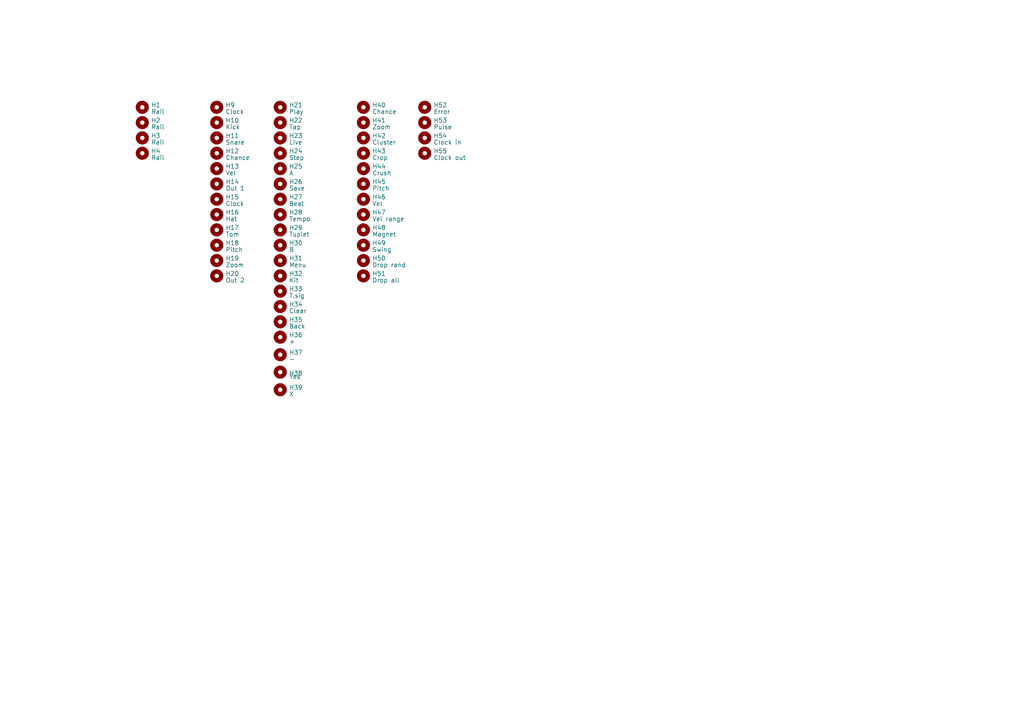
<source format=kicad_sch>
(kicad_sch (version 20250114) (generator "eeschema") (generator_version "9.0")
  (paper "A4")
  (lib_symbols
    (symbol "Mechanical:MountingHole" (pin_names (offset 1.016))
      (property "Reference" "H" (at 0 5.08 0))
      (property "Value" "MountingHole" (at 0 3.175 0))
      (symbol "MountingHole_0_1"
        (circle (center 0 0) (radius 1.27) (stroke (width 1.27)))
      )
    )
  )
  (symbol (lib_id "Mechanical:MountingHole") (at 105.41 35.56 0) (unit 1)
    (property "Reference" "H41" (at 107.95 34.9163 0) (effects (justify left)))
    (property "Value" "Zoom" (at 107.95 36.8373 0) (effects (justify left)))
    (property "Footprint" "Panel:Pot_Hole" (effects (hide yes)))
  )
  (symbol (lib_id "Mechanical:MountingHole") (at 81.28 88.9 0) (unit 1)
    (property "Reference" "H34" (at 83.82 88.2563 0) (effects (justify left)))
    (property "Value" "Clear" (at 83.82 90.1773 0) (effects (justify left)))
    (property "Footprint" "Panel:Button_Hole" (effects (hide yes)))
  )
  (symbol (lib_id "Mechanical:MountingHole") (at 81.28 40.005 0) (unit 1)
    (property "Reference" "H23" (at 83.82 39.3613 0) (effects (justify left)))
    (property "Value" "Live" (at 83.82 41.2823 0) (effects (justify left)))
    (property "Footprint" "Panel:Button_Hole" (effects (hide yes)))
  )
  (symbol (lib_id "Mechanical:MountingHole") (at 81.28 93.345 0) (unit 1)
    (property "Reference" "H35" (at 83.82 92.7013 0) (effects (justify left)))
    (property "Value" "Back" (at 83.82 94.6223 0) (effects (justify left)))
    (property "Footprint" "Panel:Button_Hole" (effects (hide yes)))
  )
  (symbol (lib_id "Mechanical:MountingHole") (at 105.41 80.01 0) (unit 1)
    (property "Reference" "H51" (at 107.95 79.3663 0) (effects (justify left)))
    (property "Value" "Drop all" (at 107.95 81.2873 0) (effects (justify left)))
    (property "Footprint" "Panel:Pot_Hole" (effects (hide yes)))
  )
  (symbol (lib_id "Mechanical:MountingHole") (at 81.28 48.895 0) (unit 1)
    (property "Reference" "H25" (at 83.82 48.2513 0) (effects (justify left)))
    (property "Value" "A" (at 83.82 50.1723 0) (effects (justify left)))
    (property "Footprint" "Panel:Button_Hole" (effects (hide yes)))
  )
  (symbol (lib_id "Mechanical:MountingHole") (at 81.28 80.01 0) (unit 1)
    (property "Reference" "H32" (at 83.82 79.3663 0) (effects (justify left)))
    (property "Value" "Kit" (at 83.82 81.2873 0) (effects (justify left)))
    (property "Footprint" "Panel:Button_Hole" (effects (hide yes)))
  )
  (symbol (lib_id "Mechanical:MountingHole") (at 41.275 40.005 0) (unit 1)
    (property "Reference" "H3" (at 43.815 39.3613 0) (effects (justify left)))
    (property "Value" "Rail" (at 43.815 41.2823 0) (effects (justify left)))
    (property "Footprint" "Panel:MountingHole_3.2mm_M3" (effects (hide yes)))
  )
  (symbol (lib_id "Mechanical:MountingHole") (at 105.41 62.23 0) (unit 1)
    (property "Reference" "H47" (at 107.95 61.5863 0) (effects (justify left)))
    (property "Value" "Vel range" (at 107.95 63.5073 0) (effects (justify left)))
    (property "Footprint" "Panel:Pot_Hole" (effects (hide yes)))
  )
  (symbol (lib_id "Mechanical:MountingHole") (at 81.28 35.56 0) (unit 1)
    (property "Reference" "H22" (at 83.82 34.9163 0) (effects (justify left)))
    (property "Value" "Tap" (at 83.82 36.8373 0) (effects (justify left)))
    (property "Footprint" "Panel:Button_Hole" (effects (hide yes)))
  )
  (symbol (lib_id "Mechanical:MountingHole") (at 81.28 44.45 0) (unit 1)
    (property "Reference" "H24" (at 83.82 43.8063 0) (effects (justify left)))
    (property "Value" "Step" (at 83.82 45.7273 0) (effects (justify left)))
    (property "Footprint" "Panel:Button_Hole" (effects (hide yes)))
  )
  (symbol (lib_id "Mechanical:MountingHole") (at 81.28 113.03 0) (unit 1)
    (property "Reference" "H39" (at 83.82 112.3863 0) (effects (justify left)))
    (property "Value" "X" (at 83.82 114.3073 0) (effects (justify left)))
    (property "Footprint" "Panel:Button_Hole" (effects (hide yes)))
  )
  (symbol (lib_id "Mechanical:MountingHole") (at 62.865 44.45 0) (unit 1)
    (property "Reference" "H12" (at 65.405 43.8063 0) (effects (justify left)))
    (property "Value" "Chance" (at 65.405 45.7273 0) (effects (justify left)))
    (property "Footprint" "Panel:Input_Jack_Hole" (effects (hide yes)))
  )
  (symbol (lib_id "Mechanical:MountingHole") (at 62.865 62.23 0) (unit 1)
    (property "Reference" "H16" (at 65.405 61.5863 0) (effects (justify left)))
    (property "Value" "Hat" (at 65.405 63.5073 0) (effects (justify left)))
    (property "Footprint" "Panel:Output_Jack_Hole" (effects (hide yes)))
  )
  (symbol (lib_id "Mechanical:MountingHole") (at 62.865 53.34 0) (unit 1)
    (property "Reference" "H14" (at 65.405 52.6963 0) (effects (justify left)))
    (property "Value" "Out 1" (at 65.405 54.6173 0) (effects (justify left)))
    (property "Footprint" "Panel:Output_Jack_Hole" (effects (hide yes)))
  )
  (symbol (lib_id "Mechanical:MountingHole") (at 81.28 97.79 0) (unit 1)
    (property "Reference" "H36" (at 83.82 97.1463 0) (effects (justify left)))
    (property "Value" "+" (at 83.82 99.0673 0) (effects (justify left)))
    (property "Footprint" "Panel:Button_Hole" (effects (hide yes)))
  )
  (symbol (lib_id "Mechanical:MountingHole") (at 81.28 75.565 0) (unit 1)
    (property "Reference" "H31" (at 83.82 74.9213 0) (effects (justify left)))
    (property "Value" "Menu" (at 83.82 76.8423 0) (effects (justify left)))
    (property "Footprint" "Panel:Button_Hole" (effects (hide yes)))
  )
  (symbol (lib_id "Mechanical:MountingHole") (at 123.19 40.005 0) (unit 1)
    (property "Reference" "H54" (at 125.73 39.3613 0) (effects (justify left)))
    (property "Value" "Clock in" (at 125.73 41.2823 0) (effects (justify left)))
    (property "Footprint" "Panel:LED_Hole" (effects (hide yes)))
  )
  (symbol (lib_id "Mechanical:MountingHole") (at 81.28 62.23 0) (unit 1)
    (property "Reference" "H28" (at 83.82 61.5863 0) (effects (justify left)))
    (property "Value" "Tempo" (at 83.82 63.5073 0) (effects (justify left)))
    (property "Footprint" "Panel:Button_Hole" (effects (hide yes)))
  )
  (symbol (lib_id "Mechanical:MountingHole") (at 105.41 57.785 0) (unit 1)
    (property "Reference" "H46" (at 107.95 57.1413 0) (effects (justify left)))
    (property "Value" "Vel" (at 107.95 59.0623 0) (effects (justify left)))
    (property "Footprint" "Panel:Pot_Hole" (effects (hide yes)))
  )
  (symbol (lib_id "Mechanical:MountingHole") (at 105.41 48.895 0) (unit 1)
    (property "Reference" "H44" (at 107.95 48.2513 0) (effects (justify left)))
    (property "Value" "Crush" (at 107.95 50.1723 0) (effects (justify left)))
    (property "Footprint" "Panel:Pot_Hole" (effects (hide yes)))
  )
  (symbol (lib_id "Mechanical:MountingHole") (at 81.28 57.785 0) (unit 1)
    (property "Reference" "H27" (at 83.82 57.1413 0) (effects (justify left)))
    (property "Value" "Beat" (at 83.82 59.0623 0) (effects (justify left)))
    (property "Footprint" "Panel:Button_Hole" (effects (hide yes)))
  )
  (symbol (lib_id "Mechanical:MountingHole") (at 105.41 31.115 0) (unit 1)
    (property "Reference" "H40" (at 107.95 30.4713 0) (effects (justify left)))
    (property "Value" "Chance" (at 107.95 32.3923 0) (effects (justify left)))
    (property "Footprint" "Panel:Pot_Hole" (effects (hide yes)))
  )
  (symbol (lib_id "Mechanical:MountingHole") (at 123.19 44.45 0) (unit 1)
    (property "Reference" "H55" (at 125.73 43.8063 0) (effects (justify left)))
    (property "Value" "Clock out" (at 125.73 45.7273 0) (effects (justify left)))
    (property "Footprint" "Panel:LED_Hole" (effects (hide yes)))
  )
  (symbol (lib_id "Mechanical:MountingHole") (at 62.865 31.115 0) (unit 1)
    (property "Reference" "H9" (at 65.405 30.4713 0) (effects (justify left)))
    (property "Value" "Clock" (at 65.405 32.3923 0) (effects (justify left)))
    (property "Footprint" "Panel:Input_Jack_Hole" (effects (hide yes)))
  )
  (symbol (lib_id "Mechanical:MountingHole") (at 123.19 35.56 0) (unit 1)
    (property "Reference" "H53" (at 125.73 34.9163 0) (effects (justify left)))
    (property "Value" "Pulse" (at 125.73 36.8373 0) (effects (justify left)))
    (property "Footprint" "Panel:LED_Hole" (effects (hide yes)))
  )
  (symbol (lib_id "Mechanical:MountingHole") (at 81.28 66.675 0) (unit 1)
    (property "Reference" "H29" (at 83.82 66.0313 0) (effects (justify left)))
    (property "Value" "Tuplet" (at 83.82 67.9523 0) (effects (justify left)))
    (property "Footprint" "Panel:Button_Hole" (effects (hide yes)))
  )
  (symbol (lib_id "Mechanical:MountingHole") (at 105.41 44.45 0) (unit 1)
    (property "Reference" "H43" (at 107.95 43.8063 0) (effects (justify left)))
    (property "Value" "Crop" (at 107.95 45.7273 0) (effects (justify left)))
    (property "Footprint" "Panel:Pot_Hole" (effects (hide yes)))
  )
  (symbol (lib_id "Mechanical:MountingHole") (at 62.865 80.01 0) (unit 1)
    (property "Reference" "H20" (at 65.405 79.3663 0) (effects (justify left)))
    (property "Value" "Out 2" (at 65.405 81.2873 0) (effects (justify left)))
    (property "Footprint" "Panel:Output_Jack_Hole" (effects (hide yes)))
  )
  (symbol (lib_id "Mechanical:MountingHole") (at 41.275 35.56 0) (unit 1)
    (property "Reference" "H2" (at 43.815 34.9163 0) (effects (justify left)))
    (property "Value" "Rail" (at 43.815 36.8373 0) (effects (justify left)))
    (property "Footprint" "Panel:MountingHole_3.2mm_M3" (effects (hide yes)))
  )
  (symbol (lib_id "Mechanical:MountingHole") (at 81.28 53.34 0) (unit 1)
    (property "Reference" "H26" (at 83.82 52.6963 0) (effects (justify left)))
    (property "Value" "Save" (at 83.82 54.6173 0) (effects (justify left)))
    (property "Footprint" "Panel:Button_Hole" (effects (hide yes)))
  )
  (symbol (lib_id "Mechanical:MountingHole") (at 105.41 71.12 0) (unit 1)
    (property "Reference" "H49" (at 107.95 70.4763 0) (effects (justify left)))
    (property "Value" "Swing" (at 107.95 72.3973 0) (effects (justify left)))
    (property "Footprint" "Panel:Pot_Hole" (effects (hide yes)))
  )
  (symbol (lib_id "Mechanical:MountingHole") (at 62.865 71.12 0) (unit 1)
    (property "Reference" "H18" (at 65.405 70.4763 0) (effects (justify left)))
    (property "Value" "Pitch" (at 65.405 72.3973 0) (effects (justify left)))
    (property "Footprint" "Panel:Input_Jack_Hole" (effects (hide yes)))
  )
  (symbol (lib_id "Mechanical:MountingHole") (at 105.41 53.34 0) (unit 1)
    (property "Reference" "H45" (at 107.95 52.6963 0) (effects (justify left)))
    (property "Value" "Pitch" (at 107.95 54.6173 0) (effects (justify left)))
    (property "Footprint" "Panel:Pot_Hole" (effects (hide yes)))
  )
  (symbol (lib_id "Mechanical:MountingHole") (at 62.865 40.005 0) (unit 1)
    (property "Reference" "H11" (at 65.405 39.3613 0) (effects (justify left)))
    (property "Value" "Snare" (at 65.405 41.2823 0) (effects (justify left)))
    (property "Footprint" "Panel:Output_Jack_Hole" (effects (hide yes)))
  )
  (symbol (lib_id "Mechanical:MountingHole") (at 62.865 35.56 0) (unit 1)
    (property "Reference" "H10" (at 65.405 34.9163 0) (effects (justify left)))
    (property "Value" "Kick" (at 65.405 36.8373 0) (effects (justify left)))
    (property "Footprint" "Panel:Output_Jack_Hole" (effects (hide yes)))
  )
  (symbol (lib_id "Mechanical:MountingHole") (at 81.28 71.12 0) (unit 1)
    (property "Reference" "H30" (at 83.82 70.4763 0) (effects (justify left)))
    (property "Value" "B" (at 83.82 72.3973 0) (effects (justify left)))
    (property "Footprint" "Panel:Button_Hole" (effects (hide yes)))
  )
  (symbol (lib_id "Mechanical:MountingHole") (at 123.19 31.115 0) (unit 1)
    (property "Reference" "H52" (at 125.73 30.4713 0) (effects (justify left)))
    (property "Value" "Error" (at 125.73 32.3923 0) (effects (justify left)))
    (property "Footprint" "Panel:LED_Hole" (effects (hide yes)))
  )
  (symbol (lib_id "Mechanical:MountingHole") (at 62.865 75.565 0) (unit 1)
    (property "Reference" "H19" (at 65.405 74.9213 0) (effects (justify left)))
    (property "Value" "Zoom" (at 65.405 76.8423 0) (effects (justify left)))
    (property "Footprint" "Panel:Input_Jack_Hole" (effects (hide yes)))
  )
  (symbol (lib_id "Mechanical:MountingHole") (at 41.275 31.115 0) (unit 1)
    (property "Reference" "H1" (at 43.815 30.4713 0) (effects (justify left)))
    (property "Value" "Rail" (at 43.815 32.3923 0) (effects (justify left)))
    (property "Footprint" "Panel:MountingHole_3.2mm_M3" (effects (hide yes)))
  )
  (symbol (lib_id "Mechanical:MountingHole") (at 62.865 57.785 0) (unit 1)
    (property "Reference" "H15" (at 65.405 57.1413 0) (effects (justify left)))
    (property "Value" "Clock" (at 65.405 59.0623 0) (effects (justify left)))
    (property "Footprint" "Panel:Output_Jack_Hole" (effects (hide yes)))
  )
  (symbol (lib_id "Mechanical:MountingHole") (at 105.41 40.005 0) (unit 1)
    (property "Reference" "H42" (at 107.95 39.3613 0) (effects (justify left)))
    (property "Value" "Cluster" (at 107.95 41.2823 0) (effects (justify left)))
    (property "Footprint" "Panel:Pot_Hole" (effects (hide yes)))
  )
  (symbol (lib_id "Mechanical:MountingHole") (at 81.28 84.455 0) (unit 1)
    (property "Reference" "H33" (at 83.82 83.8113 0) (effects (justify left)))
    (property "Value" "T.sig" (at 83.82 85.7323 0) (effects (justify left)))
    (property "Footprint" "Panel:Button_Hole" (effects (hide yes)))
  )
  (symbol (lib_id "Mechanical:MountingHole") (at 81.28 102.87 0) (unit 1)
    (property "Reference" "H37" (at 83.82 102.2263 0) (effects (justify left)))
    (property "Value" "-" (at 83.82 104.1473 0) (effects (justify left)))
    (property "Footprint" "Panel:Button_Hole" (effects (hide yes)))
  )
  (symbol (lib_id "Mechanical:MountingHole") (at 81.28 107.95 0) (unit 1)
    (property "Reference" "H38" (at 83.82 108.2668 0) (effects (justify left)))
    (property "Value" "Yes" (at 83.82 109.2273 0) (effects (justify left)))
    (property "Footprint" "Panel:Button_Hole" (effects (hide yes)))
  )
  (symbol (lib_id "Mechanical:MountingHole") (at 41.275 44.45 0) (unit 1)
    (property "Reference" "H4" (at 43.815 43.8063 0) (effects (justify left)))
    (property "Value" "Rail" (at 43.815 45.7273 0) (effects (justify left)))
    (property "Footprint" "Panel:MountingHole_3.2mm_M3" (effects (hide yes)))
  )
  (symbol (lib_id "Mechanical:MountingHole") (at 105.41 66.675 0) (unit 1)
    (property "Reference" "H48" (at 107.95 66.0313 0) (effects (justify left)))
    (property "Value" "Magnet" (at 107.95 67.9523 0) (effects (justify left)))
    (property "Footprint" "Panel:Pot_Hole" (effects (hide yes)))
  )
  (symbol (lib_id "Mechanical:MountingHole") (at 105.41 75.565 0) (unit 1)
    (property "Reference" "H50" (at 107.95 74.9213 0) (effects (justify left)))
    (property "Value" "Drop rand" (at 107.95 76.8423 0) (effects (justify left)))
    (property "Footprint" "Panel:Pot_Hole" (effects (hide yes)))
  )
  (symbol (lib_id "Mechanical:MountingHole") (at 62.865 66.675 0) (unit 1)
    (property "Reference" "H17" (at 65.405 66.0313 0) (effects (justify left)))
    (property "Value" "Tom" (at 65.405 67.9523 0) (effects (justify left)))
    (property "Footprint" "Panel:Output_Jack_Hole" (effects (hide yes)))
  )
  (symbol (lib_id "Mechanical:MountingHole") (at 62.865 48.895 0) (unit 1)
    (property "Reference" "H13" (at 65.405 48.2513 0) (effects (justify left)))
    (property "Value" "Vel" (at 65.405 50.1723 0) (effects (justify left)))
    (property "Footprint" "Panel:Input_Jack_Hole" (effects (hide yes)))
  )
  (symbol (lib_id "Mechanical:MountingHole") (at 81.28 31.115 0) (unit 1)
    (property "Reference" "H21" (at 83.82 30.4713 0) (effects (justify left)))
    (property "Value" "Play" (at 83.82 32.3923 0) (effects (justify left)))
    (property "Footprint" "Panel:Button_Hole" (effects (hide yes)))
  )
)
</source>
